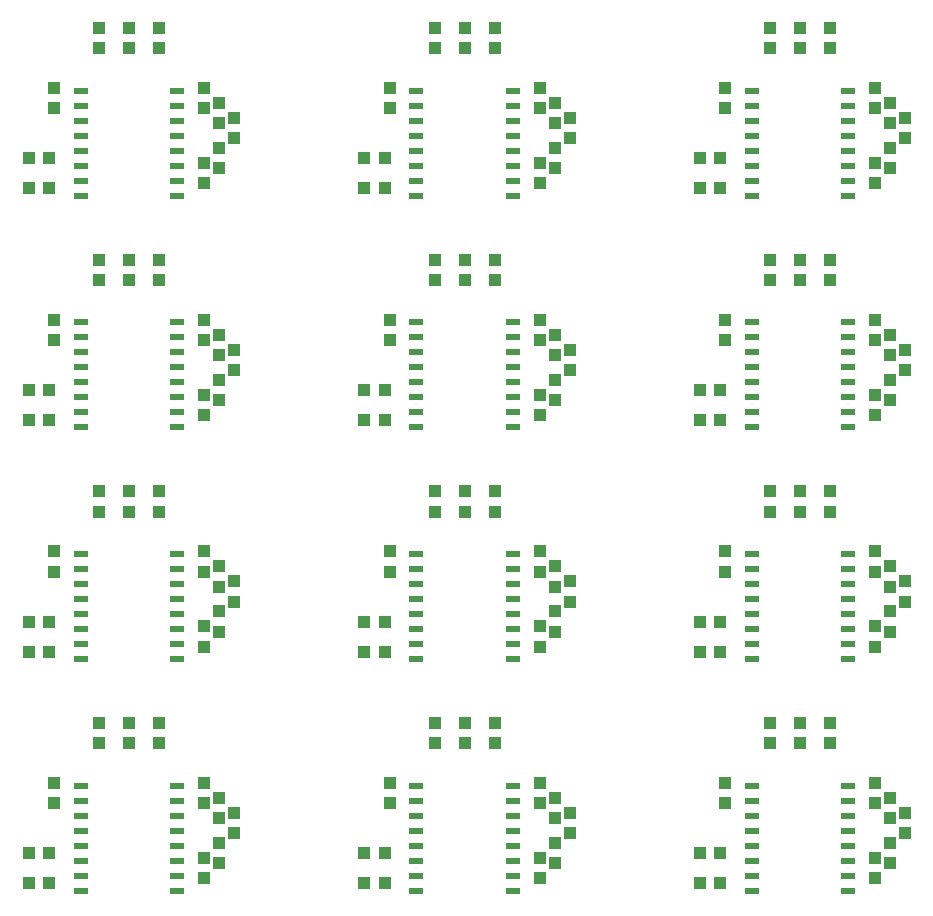
<source format=gtp>
G75*
%MOIN*%
%OFA0B0*%
%FSLAX25Y25*%
%IPPOS*%
%LPD*%
%AMOC8*
5,1,8,0,0,1.08239X$1,22.5*
%
%ADD10R,0.03937X0.04331*%
%ADD11R,0.04724X0.02362*%
%ADD12R,0.04331X0.03937*%
D10*
X0058750Y0065404D03*
X0058750Y0072096D03*
X0073750Y0085404D03*
X0073750Y0092096D03*
X0083750Y0092096D03*
X0083750Y0085404D03*
X0093750Y0085404D03*
X0093750Y0092096D03*
X0108750Y0072096D03*
X0108750Y0065404D03*
X0113750Y0067096D03*
X0118750Y0062096D03*
X0113750Y0060404D03*
X0118750Y0055404D03*
X0113750Y0052096D03*
X0113750Y0045404D03*
X0108750Y0047096D03*
X0108750Y0040404D03*
X0170671Y0065404D03*
X0170671Y0072096D03*
X0185671Y0085404D03*
X0185671Y0092096D03*
X0195671Y0092096D03*
X0195671Y0085404D03*
X0205671Y0085404D03*
X0205671Y0092096D03*
X0220671Y0072096D03*
X0220671Y0065404D03*
X0225671Y0067096D03*
X0230671Y0062096D03*
X0225671Y0060404D03*
X0230671Y0055404D03*
X0225671Y0052096D03*
X0225671Y0045404D03*
X0220671Y0047096D03*
X0220671Y0040404D03*
X0282592Y0065404D03*
X0282592Y0072096D03*
X0297592Y0085404D03*
X0297592Y0092096D03*
X0307592Y0092096D03*
X0307592Y0085404D03*
X0317592Y0085404D03*
X0317592Y0092096D03*
X0332592Y0072096D03*
X0332592Y0065404D03*
X0337592Y0067096D03*
X0342592Y0062096D03*
X0337592Y0060404D03*
X0342592Y0055404D03*
X0337592Y0052096D03*
X0337592Y0045404D03*
X0332592Y0047096D03*
X0332592Y0040404D03*
X0332592Y0117604D03*
X0332592Y0124297D03*
X0337592Y0122604D03*
X0337592Y0129297D03*
X0342592Y0132604D03*
X0342592Y0139297D03*
X0337592Y0137604D03*
X0337592Y0144297D03*
X0332592Y0142604D03*
X0332592Y0149297D03*
X0317592Y0162604D03*
X0317592Y0169297D03*
X0307592Y0169297D03*
X0307592Y0162604D03*
X0297592Y0162604D03*
X0297592Y0169297D03*
X0282592Y0149297D03*
X0282592Y0142604D03*
X0230671Y0139297D03*
X0225671Y0137604D03*
X0225671Y0144297D03*
X0220671Y0142604D03*
X0220671Y0149297D03*
X0230671Y0132604D03*
X0225671Y0129297D03*
X0225671Y0122604D03*
X0220671Y0124297D03*
X0220671Y0117604D03*
X0205671Y0162604D03*
X0205671Y0169297D03*
X0195671Y0169297D03*
X0195671Y0162604D03*
X0185671Y0162604D03*
X0185671Y0169297D03*
X0170671Y0149297D03*
X0170671Y0142604D03*
X0118750Y0139297D03*
X0113750Y0137604D03*
X0113750Y0144297D03*
X0108750Y0142604D03*
X0108750Y0149297D03*
X0118750Y0132604D03*
X0113750Y0129297D03*
X0113750Y0122604D03*
X0108750Y0124297D03*
X0108750Y0117604D03*
X0093750Y0162604D03*
X0093750Y0169297D03*
X0083750Y0169297D03*
X0083750Y0162604D03*
X0073750Y0162604D03*
X0073750Y0169297D03*
X0058750Y0149297D03*
X0058750Y0142604D03*
X0108750Y0194805D03*
X0108750Y0201498D03*
X0113750Y0199805D03*
X0113750Y0206498D03*
X0118750Y0209805D03*
X0118750Y0216498D03*
X0113750Y0214805D03*
X0113750Y0221498D03*
X0108750Y0219805D03*
X0108750Y0226498D03*
X0093750Y0239805D03*
X0093750Y0246498D03*
X0083750Y0246498D03*
X0083750Y0239805D03*
X0073750Y0239805D03*
X0073750Y0246498D03*
X0058750Y0226498D03*
X0058750Y0219805D03*
X0108750Y0272006D03*
X0108750Y0278699D03*
X0113750Y0277006D03*
X0113750Y0283699D03*
X0118750Y0287006D03*
X0118750Y0293699D03*
X0113750Y0292006D03*
X0113750Y0298699D03*
X0108750Y0297006D03*
X0108750Y0303699D03*
X0093750Y0317006D03*
X0093750Y0323699D03*
X0083750Y0323699D03*
X0083750Y0317006D03*
X0073750Y0317006D03*
X0073750Y0323699D03*
X0058750Y0303699D03*
X0058750Y0297006D03*
X0170671Y0297006D03*
X0170671Y0303699D03*
X0185671Y0317006D03*
X0185671Y0323699D03*
X0195671Y0323699D03*
X0195671Y0317006D03*
X0205671Y0317006D03*
X0205671Y0323699D03*
X0220671Y0303699D03*
X0220671Y0297006D03*
X0225671Y0298699D03*
X0225671Y0292006D03*
X0230671Y0293699D03*
X0230671Y0287006D03*
X0225671Y0283699D03*
X0225671Y0277006D03*
X0220671Y0278699D03*
X0220671Y0272006D03*
X0205671Y0246498D03*
X0205671Y0239805D03*
X0195671Y0239805D03*
X0195671Y0246498D03*
X0185671Y0246498D03*
X0185671Y0239805D03*
X0170671Y0226498D03*
X0170671Y0219805D03*
X0220671Y0219805D03*
X0225671Y0221498D03*
X0225671Y0214805D03*
X0230671Y0216498D03*
X0230671Y0209805D03*
X0225671Y0206498D03*
X0225671Y0199805D03*
X0220671Y0201498D03*
X0220671Y0194805D03*
X0220671Y0226498D03*
X0282592Y0226498D03*
X0282592Y0219805D03*
X0297592Y0239805D03*
X0297592Y0246498D03*
X0307592Y0246498D03*
X0307592Y0239805D03*
X0317592Y0239805D03*
X0317592Y0246498D03*
X0332592Y0226498D03*
X0332592Y0219805D03*
X0337592Y0221498D03*
X0337592Y0214805D03*
X0342592Y0216498D03*
X0342592Y0209805D03*
X0337592Y0206498D03*
X0337592Y0199805D03*
X0332592Y0201498D03*
X0332592Y0194805D03*
X0332592Y0272006D03*
X0332592Y0278699D03*
X0337592Y0277006D03*
X0337592Y0283699D03*
X0342592Y0287006D03*
X0342592Y0293699D03*
X0337592Y0292006D03*
X0337592Y0298699D03*
X0332592Y0297006D03*
X0332592Y0303699D03*
X0317592Y0317006D03*
X0317592Y0323699D03*
X0307592Y0323699D03*
X0307592Y0317006D03*
X0297592Y0317006D03*
X0297592Y0323699D03*
X0282592Y0303699D03*
X0282592Y0297006D03*
D11*
X0291569Y0297852D03*
X0291569Y0292852D03*
X0291569Y0287852D03*
X0291569Y0282852D03*
X0291569Y0277852D03*
X0291569Y0272852D03*
X0291569Y0267852D03*
X0323616Y0267852D03*
X0323616Y0272852D03*
X0323616Y0277852D03*
X0323616Y0282852D03*
X0323616Y0287852D03*
X0323616Y0292852D03*
X0323616Y0297852D03*
X0323616Y0302852D03*
X0291569Y0302852D03*
X0211695Y0302852D03*
X0211695Y0297852D03*
X0211695Y0292852D03*
X0211695Y0287852D03*
X0211695Y0282852D03*
X0211695Y0277852D03*
X0211695Y0272852D03*
X0211695Y0267852D03*
X0179648Y0267852D03*
X0179648Y0272852D03*
X0179648Y0277852D03*
X0179648Y0282852D03*
X0179648Y0287852D03*
X0179648Y0292852D03*
X0179648Y0297852D03*
X0179648Y0302852D03*
X0099774Y0302852D03*
X0099774Y0297852D03*
X0099774Y0292852D03*
X0099774Y0287852D03*
X0099774Y0282852D03*
X0099774Y0277852D03*
X0099774Y0272852D03*
X0099774Y0267852D03*
X0067726Y0267852D03*
X0067726Y0272852D03*
X0067726Y0277852D03*
X0067726Y0282852D03*
X0067726Y0287852D03*
X0067726Y0292852D03*
X0067726Y0297852D03*
X0067726Y0302852D03*
X0067726Y0225652D03*
X0067726Y0220652D03*
X0067726Y0215652D03*
X0067726Y0210652D03*
X0067726Y0205652D03*
X0067726Y0200652D03*
X0067726Y0195652D03*
X0067726Y0190652D03*
X0099774Y0190652D03*
X0099774Y0195652D03*
X0099774Y0200652D03*
X0099774Y0205652D03*
X0099774Y0210652D03*
X0099774Y0215652D03*
X0099774Y0220652D03*
X0099774Y0225652D03*
X0179648Y0225652D03*
X0179648Y0220652D03*
X0179648Y0215652D03*
X0179648Y0210652D03*
X0179648Y0205652D03*
X0179648Y0200652D03*
X0179648Y0195652D03*
X0179648Y0190652D03*
X0211695Y0190652D03*
X0211695Y0195652D03*
X0211695Y0200652D03*
X0211695Y0205652D03*
X0211695Y0210652D03*
X0211695Y0215652D03*
X0211695Y0220652D03*
X0211695Y0225652D03*
X0291569Y0225652D03*
X0291569Y0220652D03*
X0291569Y0215652D03*
X0291569Y0210652D03*
X0291569Y0205652D03*
X0291569Y0200652D03*
X0291569Y0195652D03*
X0291569Y0190652D03*
X0323616Y0190652D03*
X0323616Y0195652D03*
X0323616Y0200652D03*
X0323616Y0205652D03*
X0323616Y0210652D03*
X0323616Y0215652D03*
X0323616Y0220652D03*
X0323616Y0225652D03*
X0323616Y0148451D03*
X0323616Y0143451D03*
X0323616Y0138451D03*
X0323616Y0133451D03*
X0323616Y0128451D03*
X0323616Y0123451D03*
X0323616Y0118451D03*
X0323616Y0113451D03*
X0291569Y0113451D03*
X0291569Y0118451D03*
X0291569Y0123451D03*
X0291569Y0128451D03*
X0291569Y0133451D03*
X0291569Y0138451D03*
X0291569Y0143451D03*
X0291569Y0148451D03*
X0211695Y0148451D03*
X0211695Y0143451D03*
X0211695Y0138451D03*
X0211695Y0133451D03*
X0211695Y0128451D03*
X0211695Y0123451D03*
X0211695Y0118451D03*
X0211695Y0113451D03*
X0179648Y0113451D03*
X0179648Y0118451D03*
X0179648Y0123451D03*
X0179648Y0128451D03*
X0179648Y0133451D03*
X0179648Y0138451D03*
X0179648Y0143451D03*
X0179648Y0148451D03*
X0099774Y0148451D03*
X0099774Y0143451D03*
X0099774Y0138451D03*
X0099774Y0133451D03*
X0099774Y0128451D03*
X0099774Y0123451D03*
X0099774Y0118451D03*
X0099774Y0113451D03*
X0067726Y0113451D03*
X0067726Y0118451D03*
X0067726Y0123451D03*
X0067726Y0128451D03*
X0067726Y0133451D03*
X0067726Y0138451D03*
X0067726Y0143451D03*
X0067726Y0148451D03*
X0067726Y0071250D03*
X0067726Y0066250D03*
X0067726Y0061250D03*
X0067726Y0056250D03*
X0067726Y0051250D03*
X0067726Y0046250D03*
X0067726Y0041250D03*
X0067726Y0036250D03*
X0099774Y0036250D03*
X0099774Y0041250D03*
X0099774Y0046250D03*
X0099774Y0051250D03*
X0099774Y0056250D03*
X0099774Y0061250D03*
X0099774Y0066250D03*
X0099774Y0071250D03*
X0179648Y0071250D03*
X0179648Y0066250D03*
X0179648Y0061250D03*
X0179648Y0056250D03*
X0179648Y0051250D03*
X0179648Y0046250D03*
X0179648Y0041250D03*
X0179648Y0036250D03*
X0211695Y0036250D03*
X0211695Y0041250D03*
X0211695Y0046250D03*
X0211695Y0051250D03*
X0211695Y0056250D03*
X0211695Y0061250D03*
X0211695Y0066250D03*
X0211695Y0071250D03*
X0291569Y0071250D03*
X0291569Y0066250D03*
X0291569Y0061250D03*
X0291569Y0056250D03*
X0291569Y0051250D03*
X0291569Y0046250D03*
X0291569Y0041250D03*
X0291569Y0036250D03*
X0323616Y0036250D03*
X0323616Y0041250D03*
X0323616Y0046250D03*
X0323616Y0051250D03*
X0323616Y0056250D03*
X0323616Y0061250D03*
X0323616Y0066250D03*
X0323616Y0071250D03*
D12*
X0050404Y0038750D03*
X0057096Y0038750D03*
X0057096Y0048750D03*
X0050404Y0048750D03*
X0050404Y0115951D03*
X0057096Y0115951D03*
X0057096Y0125951D03*
X0050404Y0125951D03*
X0050404Y0193152D03*
X0057096Y0193152D03*
X0057096Y0203152D03*
X0050404Y0203152D03*
X0050404Y0270352D03*
X0057096Y0270352D03*
X0057096Y0280352D03*
X0050404Y0280352D03*
X0162325Y0280352D03*
X0169018Y0280352D03*
X0169018Y0270352D03*
X0162325Y0270352D03*
X0162325Y0203152D03*
X0169018Y0203152D03*
X0169018Y0193152D03*
X0162325Y0193152D03*
X0162325Y0125951D03*
X0169018Y0125951D03*
X0169018Y0115951D03*
X0162325Y0115951D03*
X0162325Y0048750D03*
X0169018Y0048750D03*
X0169018Y0038750D03*
X0162325Y0038750D03*
X0274246Y0038750D03*
X0280939Y0038750D03*
X0280939Y0048750D03*
X0274246Y0048750D03*
X0274246Y0115951D03*
X0280939Y0115951D03*
X0280939Y0125951D03*
X0274246Y0125951D03*
X0274246Y0193152D03*
X0280939Y0193152D03*
X0280939Y0203152D03*
X0274246Y0203152D03*
X0274246Y0270352D03*
X0280939Y0270352D03*
X0280939Y0280352D03*
X0274246Y0280352D03*
M02*

</source>
